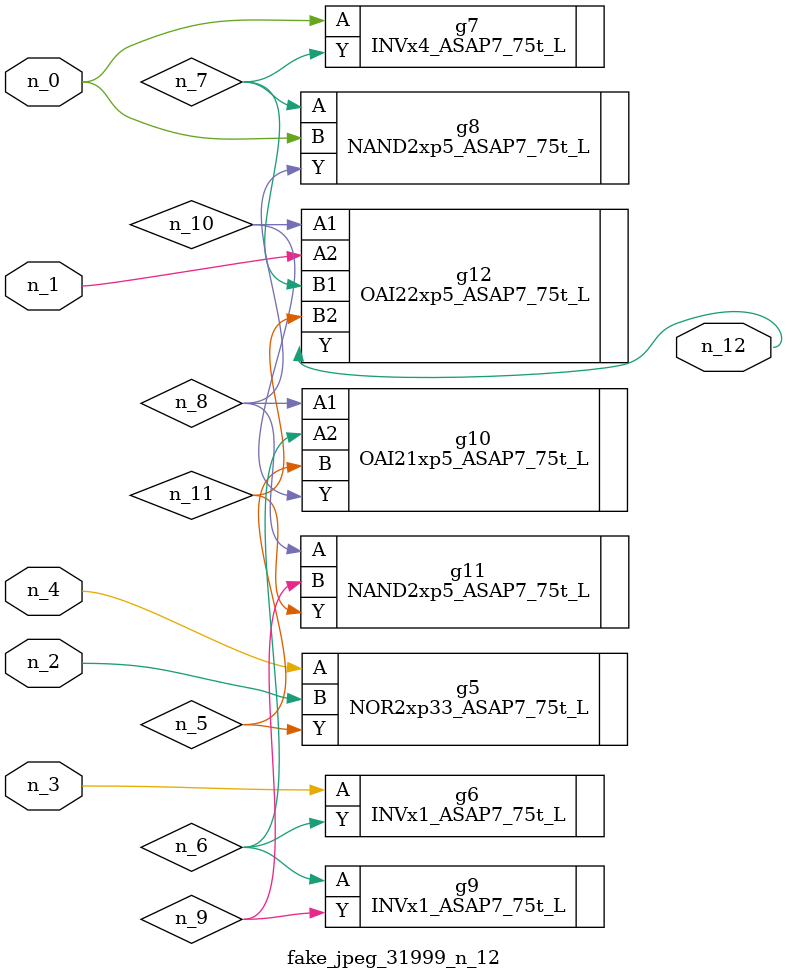
<source format=v>
module fake_jpeg_31999_n_12 (n_3, n_2, n_1, n_0, n_4, n_12);

input n_3;
input n_2;
input n_1;
input n_0;
input n_4;

output n_12;

wire n_11;
wire n_10;
wire n_8;
wire n_9;
wire n_6;
wire n_5;
wire n_7;

NOR2xp33_ASAP7_75t_L g5 ( 
.A(n_4),
.B(n_2),
.Y(n_5)
);

INVx1_ASAP7_75t_L g6 ( 
.A(n_3),
.Y(n_6)
);

INVx4_ASAP7_75t_L g7 ( 
.A(n_0),
.Y(n_7)
);

NAND2xp5_ASAP7_75t_L g8 ( 
.A(n_7),
.B(n_0),
.Y(n_8)
);

NAND2xp5_ASAP7_75t_L g11 ( 
.A(n_8),
.B(n_9),
.Y(n_11)
);

INVx1_ASAP7_75t_L g9 ( 
.A(n_6),
.Y(n_9)
);

OAI21xp5_ASAP7_75t_L g10 ( 
.A1(n_8),
.A2(n_6),
.B(n_5),
.Y(n_10)
);

OAI22xp5_ASAP7_75t_L g12 ( 
.A1(n_10),
.A2(n_1),
.B1(n_7),
.B2(n_11),
.Y(n_12)
);


endmodule
</source>
